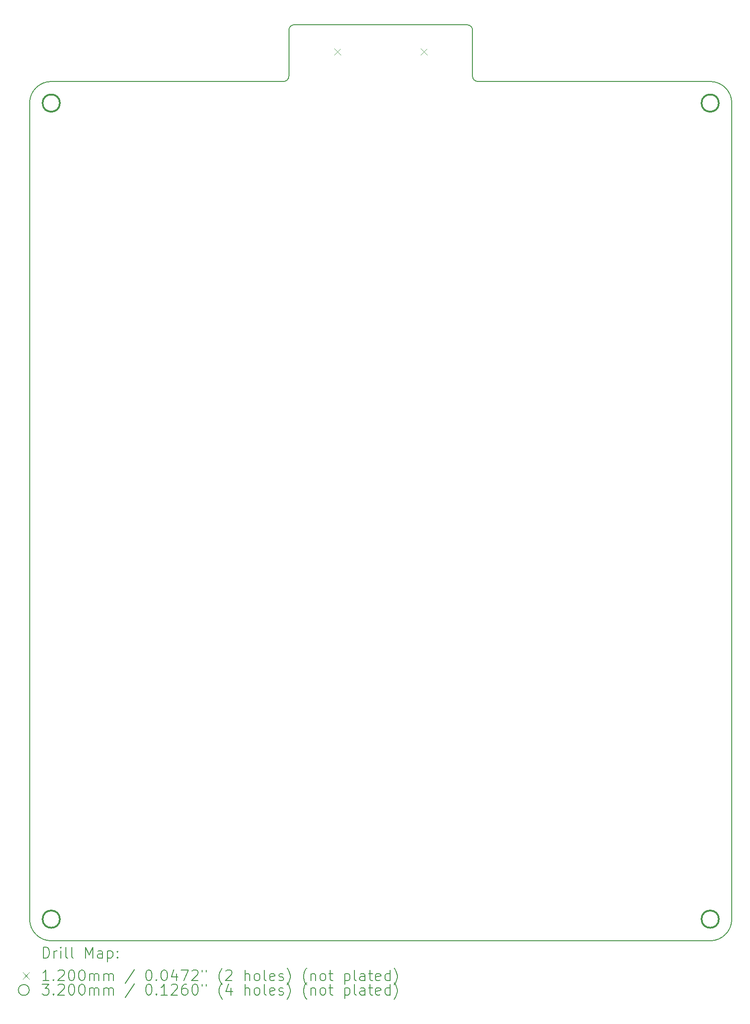
<source format=gbr>
%TF.GenerationSoftware,KiCad,Pcbnew,9.0.1-rc2*%
%TF.CreationDate,2025-11-09T14:34:19-08:00*%
%TF.ProjectId,bsl_array_v1,62736c5f-6172-4726-9179-5f76312e6b69,2*%
%TF.SameCoordinates,Original*%
%TF.FileFunction,Drillmap*%
%TF.FilePolarity,Positive*%
%FSLAX45Y45*%
G04 Gerber Fmt 4.5, Leading zero omitted, Abs format (unit mm)*
G04 Created by KiCad (PCBNEW 9.0.1-rc2) date 2025-11-09 14:34:19*
%MOMM*%
%LPD*%
G01*
G04 APERTURE LIST*
%ADD10C,0.150000*%
%ADD11C,0.200000*%
%ADD12C,0.120000*%
%ADD13C,0.320000*%
G04 APERTURE END LIST*
D10*
X10900000Y-2800000D02*
G75*
G02*
X10800000Y-2700000I0J100000D01*
G01*
X7400000Y-1850000D02*
G75*
G02*
X7500000Y-1750000I100000J0D01*
G01*
X15200000Y-18700000D02*
X3000000Y-18700000D01*
X10900000Y-2800000D02*
X15200000Y-2800000D01*
X7400000Y-2700000D02*
X7400000Y-1850000D01*
X10700000Y-1750000D02*
G75*
G02*
X10800000Y-1850000I0J-100000D01*
G01*
X15600000Y-18300000D02*
G75*
G02*
X15200000Y-18700000I-400000J0D01*
G01*
X15600000Y-3200000D02*
X15600000Y-18300000D01*
X3000000Y-18700000D02*
G75*
G02*
X2600000Y-18300000I0J400000D01*
G01*
X15200000Y-2800000D02*
G75*
G02*
X15600000Y-3200000I0J-400000D01*
G01*
X7400000Y-2700000D02*
G75*
G02*
X7300000Y-2800000I-100000J0D01*
G01*
X7300000Y-2800000D02*
X3000000Y-2800000D01*
X7500000Y-1750000D02*
X10700000Y-1750000D01*
X2600000Y-3200000D02*
G75*
G02*
X3000000Y-2800000I400000J0D01*
G01*
X10800000Y-1850000D02*
X10800000Y-2700000D01*
X2600000Y-18300000D02*
X2600000Y-3200000D01*
D11*
D12*
X8240000Y-2190000D02*
X8360000Y-2310000D01*
X8360000Y-2190000D02*
X8240000Y-2310000D01*
X9840000Y-2190000D02*
X9960000Y-2310000D01*
X9960000Y-2190000D02*
X9840000Y-2310000D01*
D13*
X3160000Y-3200000D02*
G75*
G02*
X2840000Y-3200000I-160000J0D01*
G01*
X2840000Y-3200000D02*
G75*
G02*
X3160000Y-3200000I160000J0D01*
G01*
X3160000Y-18300000D02*
G75*
G02*
X2840000Y-18300000I-160000J0D01*
G01*
X2840000Y-18300000D02*
G75*
G02*
X3160000Y-18300000I160000J0D01*
G01*
X15360000Y-3200000D02*
G75*
G02*
X15040000Y-3200000I-160000J0D01*
G01*
X15040000Y-3200000D02*
G75*
G02*
X15360000Y-3200000I160000J0D01*
G01*
X15360000Y-18300000D02*
G75*
G02*
X15040000Y-18300000I-160000J0D01*
G01*
X15040000Y-18300000D02*
G75*
G02*
X15360000Y-18300000I160000J0D01*
G01*
D11*
X2853277Y-19018984D02*
X2853277Y-18818984D01*
X2853277Y-18818984D02*
X2900896Y-18818984D01*
X2900896Y-18818984D02*
X2929467Y-18828508D01*
X2929467Y-18828508D02*
X2948515Y-18847555D01*
X2948515Y-18847555D02*
X2958039Y-18866603D01*
X2958039Y-18866603D02*
X2967562Y-18904698D01*
X2967562Y-18904698D02*
X2967562Y-18933270D01*
X2967562Y-18933270D02*
X2958039Y-18971365D01*
X2958039Y-18971365D02*
X2948515Y-18990412D01*
X2948515Y-18990412D02*
X2929467Y-19009460D01*
X2929467Y-19009460D02*
X2900896Y-19018984D01*
X2900896Y-19018984D02*
X2853277Y-19018984D01*
X3053277Y-19018984D02*
X3053277Y-18885650D01*
X3053277Y-18923746D02*
X3062801Y-18904698D01*
X3062801Y-18904698D02*
X3072324Y-18895174D01*
X3072324Y-18895174D02*
X3091372Y-18885650D01*
X3091372Y-18885650D02*
X3110420Y-18885650D01*
X3177086Y-19018984D02*
X3177086Y-18885650D01*
X3177086Y-18818984D02*
X3167562Y-18828508D01*
X3167562Y-18828508D02*
X3177086Y-18838031D01*
X3177086Y-18838031D02*
X3186610Y-18828508D01*
X3186610Y-18828508D02*
X3177086Y-18818984D01*
X3177086Y-18818984D02*
X3177086Y-18838031D01*
X3300896Y-19018984D02*
X3281848Y-19009460D01*
X3281848Y-19009460D02*
X3272324Y-18990412D01*
X3272324Y-18990412D02*
X3272324Y-18818984D01*
X3405658Y-19018984D02*
X3386610Y-19009460D01*
X3386610Y-19009460D02*
X3377086Y-18990412D01*
X3377086Y-18990412D02*
X3377086Y-18818984D01*
X3634229Y-19018984D02*
X3634229Y-18818984D01*
X3634229Y-18818984D02*
X3700896Y-18961841D01*
X3700896Y-18961841D02*
X3767562Y-18818984D01*
X3767562Y-18818984D02*
X3767562Y-19018984D01*
X3948515Y-19018984D02*
X3948515Y-18914222D01*
X3948515Y-18914222D02*
X3938991Y-18895174D01*
X3938991Y-18895174D02*
X3919943Y-18885650D01*
X3919943Y-18885650D02*
X3881848Y-18885650D01*
X3881848Y-18885650D02*
X3862801Y-18895174D01*
X3948515Y-19009460D02*
X3929467Y-19018984D01*
X3929467Y-19018984D02*
X3881848Y-19018984D01*
X3881848Y-19018984D02*
X3862801Y-19009460D01*
X3862801Y-19009460D02*
X3853277Y-18990412D01*
X3853277Y-18990412D02*
X3853277Y-18971365D01*
X3853277Y-18971365D02*
X3862801Y-18952317D01*
X3862801Y-18952317D02*
X3881848Y-18942793D01*
X3881848Y-18942793D02*
X3929467Y-18942793D01*
X3929467Y-18942793D02*
X3948515Y-18933270D01*
X4043753Y-18885650D02*
X4043753Y-19085650D01*
X4043753Y-18895174D02*
X4062801Y-18885650D01*
X4062801Y-18885650D02*
X4100896Y-18885650D01*
X4100896Y-18885650D02*
X4119943Y-18895174D01*
X4119943Y-18895174D02*
X4129467Y-18904698D01*
X4129467Y-18904698D02*
X4138991Y-18923746D01*
X4138991Y-18923746D02*
X4138991Y-18980889D01*
X4138991Y-18980889D02*
X4129467Y-18999936D01*
X4129467Y-18999936D02*
X4119943Y-19009460D01*
X4119943Y-19009460D02*
X4100896Y-19018984D01*
X4100896Y-19018984D02*
X4062801Y-19018984D01*
X4062801Y-19018984D02*
X4043753Y-19009460D01*
X4224705Y-18999936D02*
X4234229Y-19009460D01*
X4234229Y-19009460D02*
X4224705Y-19018984D01*
X4224705Y-19018984D02*
X4215182Y-19009460D01*
X4215182Y-19009460D02*
X4224705Y-18999936D01*
X4224705Y-18999936D02*
X4224705Y-19018984D01*
X4224705Y-18895174D02*
X4234229Y-18904698D01*
X4234229Y-18904698D02*
X4224705Y-18914222D01*
X4224705Y-18914222D02*
X4215182Y-18904698D01*
X4215182Y-18904698D02*
X4224705Y-18895174D01*
X4224705Y-18895174D02*
X4224705Y-18914222D01*
D12*
X2472500Y-19287500D02*
X2592500Y-19407500D01*
X2592500Y-19287500D02*
X2472500Y-19407500D01*
D11*
X2958039Y-19438984D02*
X2843753Y-19438984D01*
X2900896Y-19438984D02*
X2900896Y-19238984D01*
X2900896Y-19238984D02*
X2881848Y-19267555D01*
X2881848Y-19267555D02*
X2862801Y-19286603D01*
X2862801Y-19286603D02*
X2843753Y-19296127D01*
X3043753Y-19419936D02*
X3053277Y-19429460D01*
X3053277Y-19429460D02*
X3043753Y-19438984D01*
X3043753Y-19438984D02*
X3034229Y-19429460D01*
X3034229Y-19429460D02*
X3043753Y-19419936D01*
X3043753Y-19419936D02*
X3043753Y-19438984D01*
X3129467Y-19258031D02*
X3138991Y-19248508D01*
X3138991Y-19248508D02*
X3158039Y-19238984D01*
X3158039Y-19238984D02*
X3205658Y-19238984D01*
X3205658Y-19238984D02*
X3224705Y-19248508D01*
X3224705Y-19248508D02*
X3234229Y-19258031D01*
X3234229Y-19258031D02*
X3243753Y-19277079D01*
X3243753Y-19277079D02*
X3243753Y-19296127D01*
X3243753Y-19296127D02*
X3234229Y-19324698D01*
X3234229Y-19324698D02*
X3119943Y-19438984D01*
X3119943Y-19438984D02*
X3243753Y-19438984D01*
X3367562Y-19238984D02*
X3386610Y-19238984D01*
X3386610Y-19238984D02*
X3405658Y-19248508D01*
X3405658Y-19248508D02*
X3415182Y-19258031D01*
X3415182Y-19258031D02*
X3424705Y-19277079D01*
X3424705Y-19277079D02*
X3434229Y-19315174D01*
X3434229Y-19315174D02*
X3434229Y-19362793D01*
X3434229Y-19362793D02*
X3424705Y-19400889D01*
X3424705Y-19400889D02*
X3415182Y-19419936D01*
X3415182Y-19419936D02*
X3405658Y-19429460D01*
X3405658Y-19429460D02*
X3386610Y-19438984D01*
X3386610Y-19438984D02*
X3367562Y-19438984D01*
X3367562Y-19438984D02*
X3348515Y-19429460D01*
X3348515Y-19429460D02*
X3338991Y-19419936D01*
X3338991Y-19419936D02*
X3329467Y-19400889D01*
X3329467Y-19400889D02*
X3319943Y-19362793D01*
X3319943Y-19362793D02*
X3319943Y-19315174D01*
X3319943Y-19315174D02*
X3329467Y-19277079D01*
X3329467Y-19277079D02*
X3338991Y-19258031D01*
X3338991Y-19258031D02*
X3348515Y-19248508D01*
X3348515Y-19248508D02*
X3367562Y-19238984D01*
X3558039Y-19238984D02*
X3577086Y-19238984D01*
X3577086Y-19238984D02*
X3596134Y-19248508D01*
X3596134Y-19248508D02*
X3605658Y-19258031D01*
X3605658Y-19258031D02*
X3615182Y-19277079D01*
X3615182Y-19277079D02*
X3624705Y-19315174D01*
X3624705Y-19315174D02*
X3624705Y-19362793D01*
X3624705Y-19362793D02*
X3615182Y-19400889D01*
X3615182Y-19400889D02*
X3605658Y-19419936D01*
X3605658Y-19419936D02*
X3596134Y-19429460D01*
X3596134Y-19429460D02*
X3577086Y-19438984D01*
X3577086Y-19438984D02*
X3558039Y-19438984D01*
X3558039Y-19438984D02*
X3538991Y-19429460D01*
X3538991Y-19429460D02*
X3529467Y-19419936D01*
X3529467Y-19419936D02*
X3519943Y-19400889D01*
X3519943Y-19400889D02*
X3510420Y-19362793D01*
X3510420Y-19362793D02*
X3510420Y-19315174D01*
X3510420Y-19315174D02*
X3519943Y-19277079D01*
X3519943Y-19277079D02*
X3529467Y-19258031D01*
X3529467Y-19258031D02*
X3538991Y-19248508D01*
X3538991Y-19248508D02*
X3558039Y-19238984D01*
X3710420Y-19438984D02*
X3710420Y-19305650D01*
X3710420Y-19324698D02*
X3719943Y-19315174D01*
X3719943Y-19315174D02*
X3738991Y-19305650D01*
X3738991Y-19305650D02*
X3767563Y-19305650D01*
X3767563Y-19305650D02*
X3786610Y-19315174D01*
X3786610Y-19315174D02*
X3796134Y-19334222D01*
X3796134Y-19334222D02*
X3796134Y-19438984D01*
X3796134Y-19334222D02*
X3805658Y-19315174D01*
X3805658Y-19315174D02*
X3824705Y-19305650D01*
X3824705Y-19305650D02*
X3853277Y-19305650D01*
X3853277Y-19305650D02*
X3872324Y-19315174D01*
X3872324Y-19315174D02*
X3881848Y-19334222D01*
X3881848Y-19334222D02*
X3881848Y-19438984D01*
X3977086Y-19438984D02*
X3977086Y-19305650D01*
X3977086Y-19324698D02*
X3986610Y-19315174D01*
X3986610Y-19315174D02*
X4005658Y-19305650D01*
X4005658Y-19305650D02*
X4034229Y-19305650D01*
X4034229Y-19305650D02*
X4053277Y-19315174D01*
X4053277Y-19315174D02*
X4062801Y-19334222D01*
X4062801Y-19334222D02*
X4062801Y-19438984D01*
X4062801Y-19334222D02*
X4072324Y-19315174D01*
X4072324Y-19315174D02*
X4091372Y-19305650D01*
X4091372Y-19305650D02*
X4119943Y-19305650D01*
X4119943Y-19305650D02*
X4138991Y-19315174D01*
X4138991Y-19315174D02*
X4148515Y-19334222D01*
X4148515Y-19334222D02*
X4148515Y-19438984D01*
X4538991Y-19229460D02*
X4367563Y-19486603D01*
X4796134Y-19238984D02*
X4815182Y-19238984D01*
X4815182Y-19238984D02*
X4834229Y-19248508D01*
X4834229Y-19248508D02*
X4843753Y-19258031D01*
X4843753Y-19258031D02*
X4853277Y-19277079D01*
X4853277Y-19277079D02*
X4862801Y-19315174D01*
X4862801Y-19315174D02*
X4862801Y-19362793D01*
X4862801Y-19362793D02*
X4853277Y-19400889D01*
X4853277Y-19400889D02*
X4843753Y-19419936D01*
X4843753Y-19419936D02*
X4834229Y-19429460D01*
X4834229Y-19429460D02*
X4815182Y-19438984D01*
X4815182Y-19438984D02*
X4796134Y-19438984D01*
X4796134Y-19438984D02*
X4777087Y-19429460D01*
X4777087Y-19429460D02*
X4767563Y-19419936D01*
X4767563Y-19419936D02*
X4758039Y-19400889D01*
X4758039Y-19400889D02*
X4748515Y-19362793D01*
X4748515Y-19362793D02*
X4748515Y-19315174D01*
X4748515Y-19315174D02*
X4758039Y-19277079D01*
X4758039Y-19277079D02*
X4767563Y-19258031D01*
X4767563Y-19258031D02*
X4777087Y-19248508D01*
X4777087Y-19248508D02*
X4796134Y-19238984D01*
X4948515Y-19419936D02*
X4958039Y-19429460D01*
X4958039Y-19429460D02*
X4948515Y-19438984D01*
X4948515Y-19438984D02*
X4938991Y-19429460D01*
X4938991Y-19429460D02*
X4948515Y-19419936D01*
X4948515Y-19419936D02*
X4948515Y-19438984D01*
X5081848Y-19238984D02*
X5100896Y-19238984D01*
X5100896Y-19238984D02*
X5119944Y-19248508D01*
X5119944Y-19248508D02*
X5129468Y-19258031D01*
X5129468Y-19258031D02*
X5138991Y-19277079D01*
X5138991Y-19277079D02*
X5148515Y-19315174D01*
X5148515Y-19315174D02*
X5148515Y-19362793D01*
X5148515Y-19362793D02*
X5138991Y-19400889D01*
X5138991Y-19400889D02*
X5129468Y-19419936D01*
X5129468Y-19419936D02*
X5119944Y-19429460D01*
X5119944Y-19429460D02*
X5100896Y-19438984D01*
X5100896Y-19438984D02*
X5081848Y-19438984D01*
X5081848Y-19438984D02*
X5062801Y-19429460D01*
X5062801Y-19429460D02*
X5053277Y-19419936D01*
X5053277Y-19419936D02*
X5043753Y-19400889D01*
X5043753Y-19400889D02*
X5034229Y-19362793D01*
X5034229Y-19362793D02*
X5034229Y-19315174D01*
X5034229Y-19315174D02*
X5043753Y-19277079D01*
X5043753Y-19277079D02*
X5053277Y-19258031D01*
X5053277Y-19258031D02*
X5062801Y-19248508D01*
X5062801Y-19248508D02*
X5081848Y-19238984D01*
X5319944Y-19305650D02*
X5319944Y-19438984D01*
X5272325Y-19229460D02*
X5224706Y-19372317D01*
X5224706Y-19372317D02*
X5348515Y-19372317D01*
X5405658Y-19238984D02*
X5538991Y-19238984D01*
X5538991Y-19238984D02*
X5453277Y-19438984D01*
X5605658Y-19258031D02*
X5615182Y-19248508D01*
X5615182Y-19248508D02*
X5634229Y-19238984D01*
X5634229Y-19238984D02*
X5681848Y-19238984D01*
X5681848Y-19238984D02*
X5700896Y-19248508D01*
X5700896Y-19248508D02*
X5710420Y-19258031D01*
X5710420Y-19258031D02*
X5719944Y-19277079D01*
X5719944Y-19277079D02*
X5719944Y-19296127D01*
X5719944Y-19296127D02*
X5710420Y-19324698D01*
X5710420Y-19324698D02*
X5596134Y-19438984D01*
X5596134Y-19438984D02*
X5719944Y-19438984D01*
X5796134Y-19238984D02*
X5796134Y-19277079D01*
X5872325Y-19238984D02*
X5872325Y-19277079D01*
X6167563Y-19515174D02*
X6158039Y-19505650D01*
X6158039Y-19505650D02*
X6138991Y-19477079D01*
X6138991Y-19477079D02*
X6129468Y-19458031D01*
X6129468Y-19458031D02*
X6119944Y-19429460D01*
X6119944Y-19429460D02*
X6110420Y-19381841D01*
X6110420Y-19381841D02*
X6110420Y-19343746D01*
X6110420Y-19343746D02*
X6119944Y-19296127D01*
X6119944Y-19296127D02*
X6129468Y-19267555D01*
X6129468Y-19267555D02*
X6138991Y-19248508D01*
X6138991Y-19248508D02*
X6158039Y-19219936D01*
X6158039Y-19219936D02*
X6167563Y-19210412D01*
X6234229Y-19258031D02*
X6243753Y-19248508D01*
X6243753Y-19248508D02*
X6262801Y-19238984D01*
X6262801Y-19238984D02*
X6310420Y-19238984D01*
X6310420Y-19238984D02*
X6329468Y-19248508D01*
X6329468Y-19248508D02*
X6338991Y-19258031D01*
X6338991Y-19258031D02*
X6348515Y-19277079D01*
X6348515Y-19277079D02*
X6348515Y-19296127D01*
X6348515Y-19296127D02*
X6338991Y-19324698D01*
X6338991Y-19324698D02*
X6224706Y-19438984D01*
X6224706Y-19438984D02*
X6348515Y-19438984D01*
X6586610Y-19438984D02*
X6586610Y-19238984D01*
X6672325Y-19438984D02*
X6672325Y-19334222D01*
X6672325Y-19334222D02*
X6662801Y-19315174D01*
X6662801Y-19315174D02*
X6643753Y-19305650D01*
X6643753Y-19305650D02*
X6615182Y-19305650D01*
X6615182Y-19305650D02*
X6596134Y-19315174D01*
X6596134Y-19315174D02*
X6586610Y-19324698D01*
X6796134Y-19438984D02*
X6777087Y-19429460D01*
X6777087Y-19429460D02*
X6767563Y-19419936D01*
X6767563Y-19419936D02*
X6758039Y-19400889D01*
X6758039Y-19400889D02*
X6758039Y-19343746D01*
X6758039Y-19343746D02*
X6767563Y-19324698D01*
X6767563Y-19324698D02*
X6777087Y-19315174D01*
X6777087Y-19315174D02*
X6796134Y-19305650D01*
X6796134Y-19305650D02*
X6824706Y-19305650D01*
X6824706Y-19305650D02*
X6843753Y-19315174D01*
X6843753Y-19315174D02*
X6853277Y-19324698D01*
X6853277Y-19324698D02*
X6862801Y-19343746D01*
X6862801Y-19343746D02*
X6862801Y-19400889D01*
X6862801Y-19400889D02*
X6853277Y-19419936D01*
X6853277Y-19419936D02*
X6843753Y-19429460D01*
X6843753Y-19429460D02*
X6824706Y-19438984D01*
X6824706Y-19438984D02*
X6796134Y-19438984D01*
X6977087Y-19438984D02*
X6958039Y-19429460D01*
X6958039Y-19429460D02*
X6948515Y-19410412D01*
X6948515Y-19410412D02*
X6948515Y-19238984D01*
X7129468Y-19429460D02*
X7110420Y-19438984D01*
X7110420Y-19438984D02*
X7072325Y-19438984D01*
X7072325Y-19438984D02*
X7053277Y-19429460D01*
X7053277Y-19429460D02*
X7043753Y-19410412D01*
X7043753Y-19410412D02*
X7043753Y-19334222D01*
X7043753Y-19334222D02*
X7053277Y-19315174D01*
X7053277Y-19315174D02*
X7072325Y-19305650D01*
X7072325Y-19305650D02*
X7110420Y-19305650D01*
X7110420Y-19305650D02*
X7129468Y-19315174D01*
X7129468Y-19315174D02*
X7138991Y-19334222D01*
X7138991Y-19334222D02*
X7138991Y-19353270D01*
X7138991Y-19353270D02*
X7043753Y-19372317D01*
X7215182Y-19429460D02*
X7234230Y-19438984D01*
X7234230Y-19438984D02*
X7272325Y-19438984D01*
X7272325Y-19438984D02*
X7291372Y-19429460D01*
X7291372Y-19429460D02*
X7300896Y-19410412D01*
X7300896Y-19410412D02*
X7300896Y-19400889D01*
X7300896Y-19400889D02*
X7291372Y-19381841D01*
X7291372Y-19381841D02*
X7272325Y-19372317D01*
X7272325Y-19372317D02*
X7243753Y-19372317D01*
X7243753Y-19372317D02*
X7224706Y-19362793D01*
X7224706Y-19362793D02*
X7215182Y-19343746D01*
X7215182Y-19343746D02*
X7215182Y-19334222D01*
X7215182Y-19334222D02*
X7224706Y-19315174D01*
X7224706Y-19315174D02*
X7243753Y-19305650D01*
X7243753Y-19305650D02*
X7272325Y-19305650D01*
X7272325Y-19305650D02*
X7291372Y-19315174D01*
X7367563Y-19515174D02*
X7377087Y-19505650D01*
X7377087Y-19505650D02*
X7396134Y-19477079D01*
X7396134Y-19477079D02*
X7405658Y-19458031D01*
X7405658Y-19458031D02*
X7415182Y-19429460D01*
X7415182Y-19429460D02*
X7424706Y-19381841D01*
X7424706Y-19381841D02*
X7424706Y-19343746D01*
X7424706Y-19343746D02*
X7415182Y-19296127D01*
X7415182Y-19296127D02*
X7405658Y-19267555D01*
X7405658Y-19267555D02*
X7396134Y-19248508D01*
X7396134Y-19248508D02*
X7377087Y-19219936D01*
X7377087Y-19219936D02*
X7367563Y-19210412D01*
X7729468Y-19515174D02*
X7719944Y-19505650D01*
X7719944Y-19505650D02*
X7700896Y-19477079D01*
X7700896Y-19477079D02*
X7691372Y-19458031D01*
X7691372Y-19458031D02*
X7681849Y-19429460D01*
X7681849Y-19429460D02*
X7672325Y-19381841D01*
X7672325Y-19381841D02*
X7672325Y-19343746D01*
X7672325Y-19343746D02*
X7681849Y-19296127D01*
X7681849Y-19296127D02*
X7691372Y-19267555D01*
X7691372Y-19267555D02*
X7700896Y-19248508D01*
X7700896Y-19248508D02*
X7719944Y-19219936D01*
X7719944Y-19219936D02*
X7729468Y-19210412D01*
X7805658Y-19305650D02*
X7805658Y-19438984D01*
X7805658Y-19324698D02*
X7815182Y-19315174D01*
X7815182Y-19315174D02*
X7834230Y-19305650D01*
X7834230Y-19305650D02*
X7862801Y-19305650D01*
X7862801Y-19305650D02*
X7881849Y-19315174D01*
X7881849Y-19315174D02*
X7891372Y-19334222D01*
X7891372Y-19334222D02*
X7891372Y-19438984D01*
X8015182Y-19438984D02*
X7996134Y-19429460D01*
X7996134Y-19429460D02*
X7986611Y-19419936D01*
X7986611Y-19419936D02*
X7977087Y-19400889D01*
X7977087Y-19400889D02*
X7977087Y-19343746D01*
X7977087Y-19343746D02*
X7986611Y-19324698D01*
X7986611Y-19324698D02*
X7996134Y-19315174D01*
X7996134Y-19315174D02*
X8015182Y-19305650D01*
X8015182Y-19305650D02*
X8043753Y-19305650D01*
X8043753Y-19305650D02*
X8062801Y-19315174D01*
X8062801Y-19315174D02*
X8072325Y-19324698D01*
X8072325Y-19324698D02*
X8081849Y-19343746D01*
X8081849Y-19343746D02*
X8081849Y-19400889D01*
X8081849Y-19400889D02*
X8072325Y-19419936D01*
X8072325Y-19419936D02*
X8062801Y-19429460D01*
X8062801Y-19429460D02*
X8043753Y-19438984D01*
X8043753Y-19438984D02*
X8015182Y-19438984D01*
X8138992Y-19305650D02*
X8215182Y-19305650D01*
X8167563Y-19238984D02*
X8167563Y-19410412D01*
X8167563Y-19410412D02*
X8177087Y-19429460D01*
X8177087Y-19429460D02*
X8196134Y-19438984D01*
X8196134Y-19438984D02*
X8215182Y-19438984D01*
X8434230Y-19305650D02*
X8434230Y-19505650D01*
X8434230Y-19315174D02*
X8453277Y-19305650D01*
X8453277Y-19305650D02*
X8491373Y-19305650D01*
X8491373Y-19305650D02*
X8510420Y-19315174D01*
X8510420Y-19315174D02*
X8519944Y-19324698D01*
X8519944Y-19324698D02*
X8529468Y-19343746D01*
X8529468Y-19343746D02*
X8529468Y-19400889D01*
X8529468Y-19400889D02*
X8519944Y-19419936D01*
X8519944Y-19419936D02*
X8510420Y-19429460D01*
X8510420Y-19429460D02*
X8491373Y-19438984D01*
X8491373Y-19438984D02*
X8453277Y-19438984D01*
X8453277Y-19438984D02*
X8434230Y-19429460D01*
X8643754Y-19438984D02*
X8624706Y-19429460D01*
X8624706Y-19429460D02*
X8615182Y-19410412D01*
X8615182Y-19410412D02*
X8615182Y-19238984D01*
X8805658Y-19438984D02*
X8805658Y-19334222D01*
X8805658Y-19334222D02*
X8796135Y-19315174D01*
X8796135Y-19315174D02*
X8777087Y-19305650D01*
X8777087Y-19305650D02*
X8738992Y-19305650D01*
X8738992Y-19305650D02*
X8719944Y-19315174D01*
X8805658Y-19429460D02*
X8786611Y-19438984D01*
X8786611Y-19438984D02*
X8738992Y-19438984D01*
X8738992Y-19438984D02*
X8719944Y-19429460D01*
X8719944Y-19429460D02*
X8710420Y-19410412D01*
X8710420Y-19410412D02*
X8710420Y-19391365D01*
X8710420Y-19391365D02*
X8719944Y-19372317D01*
X8719944Y-19372317D02*
X8738992Y-19362793D01*
X8738992Y-19362793D02*
X8786611Y-19362793D01*
X8786611Y-19362793D02*
X8805658Y-19353270D01*
X8872325Y-19305650D02*
X8948515Y-19305650D01*
X8900896Y-19238984D02*
X8900896Y-19410412D01*
X8900896Y-19410412D02*
X8910420Y-19429460D01*
X8910420Y-19429460D02*
X8929468Y-19438984D01*
X8929468Y-19438984D02*
X8948515Y-19438984D01*
X9091373Y-19429460D02*
X9072325Y-19438984D01*
X9072325Y-19438984D02*
X9034230Y-19438984D01*
X9034230Y-19438984D02*
X9015182Y-19429460D01*
X9015182Y-19429460D02*
X9005658Y-19410412D01*
X9005658Y-19410412D02*
X9005658Y-19334222D01*
X9005658Y-19334222D02*
X9015182Y-19315174D01*
X9015182Y-19315174D02*
X9034230Y-19305650D01*
X9034230Y-19305650D02*
X9072325Y-19305650D01*
X9072325Y-19305650D02*
X9091373Y-19315174D01*
X9091373Y-19315174D02*
X9100896Y-19334222D01*
X9100896Y-19334222D02*
X9100896Y-19353270D01*
X9100896Y-19353270D02*
X9005658Y-19372317D01*
X9272325Y-19438984D02*
X9272325Y-19238984D01*
X9272325Y-19429460D02*
X9253277Y-19438984D01*
X9253277Y-19438984D02*
X9215182Y-19438984D01*
X9215182Y-19438984D02*
X9196135Y-19429460D01*
X9196135Y-19429460D02*
X9186611Y-19419936D01*
X9186611Y-19419936D02*
X9177087Y-19400889D01*
X9177087Y-19400889D02*
X9177087Y-19343746D01*
X9177087Y-19343746D02*
X9186611Y-19324698D01*
X9186611Y-19324698D02*
X9196135Y-19315174D01*
X9196135Y-19315174D02*
X9215182Y-19305650D01*
X9215182Y-19305650D02*
X9253277Y-19305650D01*
X9253277Y-19305650D02*
X9272325Y-19315174D01*
X9348516Y-19515174D02*
X9358039Y-19505650D01*
X9358039Y-19505650D02*
X9377087Y-19477079D01*
X9377087Y-19477079D02*
X9386611Y-19458031D01*
X9386611Y-19458031D02*
X9396135Y-19429460D01*
X9396135Y-19429460D02*
X9405658Y-19381841D01*
X9405658Y-19381841D02*
X9405658Y-19343746D01*
X9405658Y-19343746D02*
X9396135Y-19296127D01*
X9396135Y-19296127D02*
X9386611Y-19267555D01*
X9386611Y-19267555D02*
X9377087Y-19248508D01*
X9377087Y-19248508D02*
X9358039Y-19219936D01*
X9358039Y-19219936D02*
X9348516Y-19210412D01*
X2592500Y-19611500D02*
G75*
G02*
X2392500Y-19611500I-100000J0D01*
G01*
X2392500Y-19611500D02*
G75*
G02*
X2592500Y-19611500I100000J0D01*
G01*
X2834229Y-19502984D02*
X2958039Y-19502984D01*
X2958039Y-19502984D02*
X2891372Y-19579174D01*
X2891372Y-19579174D02*
X2919943Y-19579174D01*
X2919943Y-19579174D02*
X2938991Y-19588698D01*
X2938991Y-19588698D02*
X2948515Y-19598222D01*
X2948515Y-19598222D02*
X2958039Y-19617270D01*
X2958039Y-19617270D02*
X2958039Y-19664889D01*
X2958039Y-19664889D02*
X2948515Y-19683936D01*
X2948515Y-19683936D02*
X2938991Y-19693460D01*
X2938991Y-19693460D02*
X2919943Y-19702984D01*
X2919943Y-19702984D02*
X2862801Y-19702984D01*
X2862801Y-19702984D02*
X2843753Y-19693460D01*
X2843753Y-19693460D02*
X2834229Y-19683936D01*
X3043753Y-19683936D02*
X3053277Y-19693460D01*
X3053277Y-19693460D02*
X3043753Y-19702984D01*
X3043753Y-19702984D02*
X3034229Y-19693460D01*
X3034229Y-19693460D02*
X3043753Y-19683936D01*
X3043753Y-19683936D02*
X3043753Y-19702984D01*
X3129467Y-19522031D02*
X3138991Y-19512508D01*
X3138991Y-19512508D02*
X3158039Y-19502984D01*
X3158039Y-19502984D02*
X3205658Y-19502984D01*
X3205658Y-19502984D02*
X3224705Y-19512508D01*
X3224705Y-19512508D02*
X3234229Y-19522031D01*
X3234229Y-19522031D02*
X3243753Y-19541079D01*
X3243753Y-19541079D02*
X3243753Y-19560127D01*
X3243753Y-19560127D02*
X3234229Y-19588698D01*
X3234229Y-19588698D02*
X3119943Y-19702984D01*
X3119943Y-19702984D02*
X3243753Y-19702984D01*
X3367562Y-19502984D02*
X3386610Y-19502984D01*
X3386610Y-19502984D02*
X3405658Y-19512508D01*
X3405658Y-19512508D02*
X3415182Y-19522031D01*
X3415182Y-19522031D02*
X3424705Y-19541079D01*
X3424705Y-19541079D02*
X3434229Y-19579174D01*
X3434229Y-19579174D02*
X3434229Y-19626793D01*
X3434229Y-19626793D02*
X3424705Y-19664889D01*
X3424705Y-19664889D02*
X3415182Y-19683936D01*
X3415182Y-19683936D02*
X3405658Y-19693460D01*
X3405658Y-19693460D02*
X3386610Y-19702984D01*
X3386610Y-19702984D02*
X3367562Y-19702984D01*
X3367562Y-19702984D02*
X3348515Y-19693460D01*
X3348515Y-19693460D02*
X3338991Y-19683936D01*
X3338991Y-19683936D02*
X3329467Y-19664889D01*
X3329467Y-19664889D02*
X3319943Y-19626793D01*
X3319943Y-19626793D02*
X3319943Y-19579174D01*
X3319943Y-19579174D02*
X3329467Y-19541079D01*
X3329467Y-19541079D02*
X3338991Y-19522031D01*
X3338991Y-19522031D02*
X3348515Y-19512508D01*
X3348515Y-19512508D02*
X3367562Y-19502984D01*
X3558039Y-19502984D02*
X3577086Y-19502984D01*
X3577086Y-19502984D02*
X3596134Y-19512508D01*
X3596134Y-19512508D02*
X3605658Y-19522031D01*
X3605658Y-19522031D02*
X3615182Y-19541079D01*
X3615182Y-19541079D02*
X3624705Y-19579174D01*
X3624705Y-19579174D02*
X3624705Y-19626793D01*
X3624705Y-19626793D02*
X3615182Y-19664889D01*
X3615182Y-19664889D02*
X3605658Y-19683936D01*
X3605658Y-19683936D02*
X3596134Y-19693460D01*
X3596134Y-19693460D02*
X3577086Y-19702984D01*
X3577086Y-19702984D02*
X3558039Y-19702984D01*
X3558039Y-19702984D02*
X3538991Y-19693460D01*
X3538991Y-19693460D02*
X3529467Y-19683936D01*
X3529467Y-19683936D02*
X3519943Y-19664889D01*
X3519943Y-19664889D02*
X3510420Y-19626793D01*
X3510420Y-19626793D02*
X3510420Y-19579174D01*
X3510420Y-19579174D02*
X3519943Y-19541079D01*
X3519943Y-19541079D02*
X3529467Y-19522031D01*
X3529467Y-19522031D02*
X3538991Y-19512508D01*
X3538991Y-19512508D02*
X3558039Y-19502984D01*
X3710420Y-19702984D02*
X3710420Y-19569650D01*
X3710420Y-19588698D02*
X3719943Y-19579174D01*
X3719943Y-19579174D02*
X3738991Y-19569650D01*
X3738991Y-19569650D02*
X3767563Y-19569650D01*
X3767563Y-19569650D02*
X3786610Y-19579174D01*
X3786610Y-19579174D02*
X3796134Y-19598222D01*
X3796134Y-19598222D02*
X3796134Y-19702984D01*
X3796134Y-19598222D02*
X3805658Y-19579174D01*
X3805658Y-19579174D02*
X3824705Y-19569650D01*
X3824705Y-19569650D02*
X3853277Y-19569650D01*
X3853277Y-19569650D02*
X3872324Y-19579174D01*
X3872324Y-19579174D02*
X3881848Y-19598222D01*
X3881848Y-19598222D02*
X3881848Y-19702984D01*
X3977086Y-19702984D02*
X3977086Y-19569650D01*
X3977086Y-19588698D02*
X3986610Y-19579174D01*
X3986610Y-19579174D02*
X4005658Y-19569650D01*
X4005658Y-19569650D02*
X4034229Y-19569650D01*
X4034229Y-19569650D02*
X4053277Y-19579174D01*
X4053277Y-19579174D02*
X4062801Y-19598222D01*
X4062801Y-19598222D02*
X4062801Y-19702984D01*
X4062801Y-19598222D02*
X4072324Y-19579174D01*
X4072324Y-19579174D02*
X4091372Y-19569650D01*
X4091372Y-19569650D02*
X4119943Y-19569650D01*
X4119943Y-19569650D02*
X4138991Y-19579174D01*
X4138991Y-19579174D02*
X4148515Y-19598222D01*
X4148515Y-19598222D02*
X4148515Y-19702984D01*
X4538991Y-19493460D02*
X4367563Y-19750603D01*
X4796134Y-19502984D02*
X4815182Y-19502984D01*
X4815182Y-19502984D02*
X4834229Y-19512508D01*
X4834229Y-19512508D02*
X4843753Y-19522031D01*
X4843753Y-19522031D02*
X4853277Y-19541079D01*
X4853277Y-19541079D02*
X4862801Y-19579174D01*
X4862801Y-19579174D02*
X4862801Y-19626793D01*
X4862801Y-19626793D02*
X4853277Y-19664889D01*
X4853277Y-19664889D02*
X4843753Y-19683936D01*
X4843753Y-19683936D02*
X4834229Y-19693460D01*
X4834229Y-19693460D02*
X4815182Y-19702984D01*
X4815182Y-19702984D02*
X4796134Y-19702984D01*
X4796134Y-19702984D02*
X4777087Y-19693460D01*
X4777087Y-19693460D02*
X4767563Y-19683936D01*
X4767563Y-19683936D02*
X4758039Y-19664889D01*
X4758039Y-19664889D02*
X4748515Y-19626793D01*
X4748515Y-19626793D02*
X4748515Y-19579174D01*
X4748515Y-19579174D02*
X4758039Y-19541079D01*
X4758039Y-19541079D02*
X4767563Y-19522031D01*
X4767563Y-19522031D02*
X4777087Y-19512508D01*
X4777087Y-19512508D02*
X4796134Y-19502984D01*
X4948515Y-19683936D02*
X4958039Y-19693460D01*
X4958039Y-19693460D02*
X4948515Y-19702984D01*
X4948515Y-19702984D02*
X4938991Y-19693460D01*
X4938991Y-19693460D02*
X4948515Y-19683936D01*
X4948515Y-19683936D02*
X4948515Y-19702984D01*
X5148515Y-19702984D02*
X5034229Y-19702984D01*
X5091372Y-19702984D02*
X5091372Y-19502984D01*
X5091372Y-19502984D02*
X5072325Y-19531555D01*
X5072325Y-19531555D02*
X5053277Y-19550603D01*
X5053277Y-19550603D02*
X5034229Y-19560127D01*
X5224706Y-19522031D02*
X5234229Y-19512508D01*
X5234229Y-19512508D02*
X5253277Y-19502984D01*
X5253277Y-19502984D02*
X5300896Y-19502984D01*
X5300896Y-19502984D02*
X5319944Y-19512508D01*
X5319944Y-19512508D02*
X5329468Y-19522031D01*
X5329468Y-19522031D02*
X5338991Y-19541079D01*
X5338991Y-19541079D02*
X5338991Y-19560127D01*
X5338991Y-19560127D02*
X5329468Y-19588698D01*
X5329468Y-19588698D02*
X5215182Y-19702984D01*
X5215182Y-19702984D02*
X5338991Y-19702984D01*
X5510420Y-19502984D02*
X5472325Y-19502984D01*
X5472325Y-19502984D02*
X5453277Y-19512508D01*
X5453277Y-19512508D02*
X5443753Y-19522031D01*
X5443753Y-19522031D02*
X5424706Y-19550603D01*
X5424706Y-19550603D02*
X5415182Y-19588698D01*
X5415182Y-19588698D02*
X5415182Y-19664889D01*
X5415182Y-19664889D02*
X5424706Y-19683936D01*
X5424706Y-19683936D02*
X5434229Y-19693460D01*
X5434229Y-19693460D02*
X5453277Y-19702984D01*
X5453277Y-19702984D02*
X5491372Y-19702984D01*
X5491372Y-19702984D02*
X5510420Y-19693460D01*
X5510420Y-19693460D02*
X5519944Y-19683936D01*
X5519944Y-19683936D02*
X5529468Y-19664889D01*
X5529468Y-19664889D02*
X5529468Y-19617270D01*
X5529468Y-19617270D02*
X5519944Y-19598222D01*
X5519944Y-19598222D02*
X5510420Y-19588698D01*
X5510420Y-19588698D02*
X5491372Y-19579174D01*
X5491372Y-19579174D02*
X5453277Y-19579174D01*
X5453277Y-19579174D02*
X5434229Y-19588698D01*
X5434229Y-19588698D02*
X5424706Y-19598222D01*
X5424706Y-19598222D02*
X5415182Y-19617270D01*
X5653277Y-19502984D02*
X5672325Y-19502984D01*
X5672325Y-19502984D02*
X5691372Y-19512508D01*
X5691372Y-19512508D02*
X5700896Y-19522031D01*
X5700896Y-19522031D02*
X5710420Y-19541079D01*
X5710420Y-19541079D02*
X5719944Y-19579174D01*
X5719944Y-19579174D02*
X5719944Y-19626793D01*
X5719944Y-19626793D02*
X5710420Y-19664889D01*
X5710420Y-19664889D02*
X5700896Y-19683936D01*
X5700896Y-19683936D02*
X5691372Y-19693460D01*
X5691372Y-19693460D02*
X5672325Y-19702984D01*
X5672325Y-19702984D02*
X5653277Y-19702984D01*
X5653277Y-19702984D02*
X5634229Y-19693460D01*
X5634229Y-19693460D02*
X5624706Y-19683936D01*
X5624706Y-19683936D02*
X5615182Y-19664889D01*
X5615182Y-19664889D02*
X5605658Y-19626793D01*
X5605658Y-19626793D02*
X5605658Y-19579174D01*
X5605658Y-19579174D02*
X5615182Y-19541079D01*
X5615182Y-19541079D02*
X5624706Y-19522031D01*
X5624706Y-19522031D02*
X5634229Y-19512508D01*
X5634229Y-19512508D02*
X5653277Y-19502984D01*
X5796134Y-19502984D02*
X5796134Y-19541079D01*
X5872325Y-19502984D02*
X5872325Y-19541079D01*
X6167563Y-19779174D02*
X6158039Y-19769650D01*
X6158039Y-19769650D02*
X6138991Y-19741079D01*
X6138991Y-19741079D02*
X6129468Y-19722031D01*
X6129468Y-19722031D02*
X6119944Y-19693460D01*
X6119944Y-19693460D02*
X6110420Y-19645841D01*
X6110420Y-19645841D02*
X6110420Y-19607746D01*
X6110420Y-19607746D02*
X6119944Y-19560127D01*
X6119944Y-19560127D02*
X6129468Y-19531555D01*
X6129468Y-19531555D02*
X6138991Y-19512508D01*
X6138991Y-19512508D02*
X6158039Y-19483936D01*
X6158039Y-19483936D02*
X6167563Y-19474412D01*
X6329468Y-19569650D02*
X6329468Y-19702984D01*
X6281848Y-19493460D02*
X6234229Y-19636317D01*
X6234229Y-19636317D02*
X6358039Y-19636317D01*
X6586610Y-19702984D02*
X6586610Y-19502984D01*
X6672325Y-19702984D02*
X6672325Y-19598222D01*
X6672325Y-19598222D02*
X6662801Y-19579174D01*
X6662801Y-19579174D02*
X6643753Y-19569650D01*
X6643753Y-19569650D02*
X6615182Y-19569650D01*
X6615182Y-19569650D02*
X6596134Y-19579174D01*
X6596134Y-19579174D02*
X6586610Y-19588698D01*
X6796134Y-19702984D02*
X6777087Y-19693460D01*
X6777087Y-19693460D02*
X6767563Y-19683936D01*
X6767563Y-19683936D02*
X6758039Y-19664889D01*
X6758039Y-19664889D02*
X6758039Y-19607746D01*
X6758039Y-19607746D02*
X6767563Y-19588698D01*
X6767563Y-19588698D02*
X6777087Y-19579174D01*
X6777087Y-19579174D02*
X6796134Y-19569650D01*
X6796134Y-19569650D02*
X6824706Y-19569650D01*
X6824706Y-19569650D02*
X6843753Y-19579174D01*
X6843753Y-19579174D02*
X6853277Y-19588698D01*
X6853277Y-19588698D02*
X6862801Y-19607746D01*
X6862801Y-19607746D02*
X6862801Y-19664889D01*
X6862801Y-19664889D02*
X6853277Y-19683936D01*
X6853277Y-19683936D02*
X6843753Y-19693460D01*
X6843753Y-19693460D02*
X6824706Y-19702984D01*
X6824706Y-19702984D02*
X6796134Y-19702984D01*
X6977087Y-19702984D02*
X6958039Y-19693460D01*
X6958039Y-19693460D02*
X6948515Y-19674412D01*
X6948515Y-19674412D02*
X6948515Y-19502984D01*
X7129468Y-19693460D02*
X7110420Y-19702984D01*
X7110420Y-19702984D02*
X7072325Y-19702984D01*
X7072325Y-19702984D02*
X7053277Y-19693460D01*
X7053277Y-19693460D02*
X7043753Y-19674412D01*
X7043753Y-19674412D02*
X7043753Y-19598222D01*
X7043753Y-19598222D02*
X7053277Y-19579174D01*
X7053277Y-19579174D02*
X7072325Y-19569650D01*
X7072325Y-19569650D02*
X7110420Y-19569650D01*
X7110420Y-19569650D02*
X7129468Y-19579174D01*
X7129468Y-19579174D02*
X7138991Y-19598222D01*
X7138991Y-19598222D02*
X7138991Y-19617270D01*
X7138991Y-19617270D02*
X7043753Y-19636317D01*
X7215182Y-19693460D02*
X7234230Y-19702984D01*
X7234230Y-19702984D02*
X7272325Y-19702984D01*
X7272325Y-19702984D02*
X7291372Y-19693460D01*
X7291372Y-19693460D02*
X7300896Y-19674412D01*
X7300896Y-19674412D02*
X7300896Y-19664889D01*
X7300896Y-19664889D02*
X7291372Y-19645841D01*
X7291372Y-19645841D02*
X7272325Y-19636317D01*
X7272325Y-19636317D02*
X7243753Y-19636317D01*
X7243753Y-19636317D02*
X7224706Y-19626793D01*
X7224706Y-19626793D02*
X7215182Y-19607746D01*
X7215182Y-19607746D02*
X7215182Y-19598222D01*
X7215182Y-19598222D02*
X7224706Y-19579174D01*
X7224706Y-19579174D02*
X7243753Y-19569650D01*
X7243753Y-19569650D02*
X7272325Y-19569650D01*
X7272325Y-19569650D02*
X7291372Y-19579174D01*
X7367563Y-19779174D02*
X7377087Y-19769650D01*
X7377087Y-19769650D02*
X7396134Y-19741079D01*
X7396134Y-19741079D02*
X7405658Y-19722031D01*
X7405658Y-19722031D02*
X7415182Y-19693460D01*
X7415182Y-19693460D02*
X7424706Y-19645841D01*
X7424706Y-19645841D02*
X7424706Y-19607746D01*
X7424706Y-19607746D02*
X7415182Y-19560127D01*
X7415182Y-19560127D02*
X7405658Y-19531555D01*
X7405658Y-19531555D02*
X7396134Y-19512508D01*
X7396134Y-19512508D02*
X7377087Y-19483936D01*
X7377087Y-19483936D02*
X7367563Y-19474412D01*
X7729468Y-19779174D02*
X7719944Y-19769650D01*
X7719944Y-19769650D02*
X7700896Y-19741079D01*
X7700896Y-19741079D02*
X7691372Y-19722031D01*
X7691372Y-19722031D02*
X7681849Y-19693460D01*
X7681849Y-19693460D02*
X7672325Y-19645841D01*
X7672325Y-19645841D02*
X7672325Y-19607746D01*
X7672325Y-19607746D02*
X7681849Y-19560127D01*
X7681849Y-19560127D02*
X7691372Y-19531555D01*
X7691372Y-19531555D02*
X7700896Y-19512508D01*
X7700896Y-19512508D02*
X7719944Y-19483936D01*
X7719944Y-19483936D02*
X7729468Y-19474412D01*
X7805658Y-19569650D02*
X7805658Y-19702984D01*
X7805658Y-19588698D02*
X7815182Y-19579174D01*
X7815182Y-19579174D02*
X7834230Y-19569650D01*
X7834230Y-19569650D02*
X7862801Y-19569650D01*
X7862801Y-19569650D02*
X7881849Y-19579174D01*
X7881849Y-19579174D02*
X7891372Y-19598222D01*
X7891372Y-19598222D02*
X7891372Y-19702984D01*
X8015182Y-19702984D02*
X7996134Y-19693460D01*
X7996134Y-19693460D02*
X7986611Y-19683936D01*
X7986611Y-19683936D02*
X7977087Y-19664889D01*
X7977087Y-19664889D02*
X7977087Y-19607746D01*
X7977087Y-19607746D02*
X7986611Y-19588698D01*
X7986611Y-19588698D02*
X7996134Y-19579174D01*
X7996134Y-19579174D02*
X8015182Y-19569650D01*
X8015182Y-19569650D02*
X8043753Y-19569650D01*
X8043753Y-19569650D02*
X8062801Y-19579174D01*
X8062801Y-19579174D02*
X8072325Y-19588698D01*
X8072325Y-19588698D02*
X8081849Y-19607746D01*
X8081849Y-19607746D02*
X8081849Y-19664889D01*
X8081849Y-19664889D02*
X8072325Y-19683936D01*
X8072325Y-19683936D02*
X8062801Y-19693460D01*
X8062801Y-19693460D02*
X8043753Y-19702984D01*
X8043753Y-19702984D02*
X8015182Y-19702984D01*
X8138992Y-19569650D02*
X8215182Y-19569650D01*
X8167563Y-19502984D02*
X8167563Y-19674412D01*
X8167563Y-19674412D02*
X8177087Y-19693460D01*
X8177087Y-19693460D02*
X8196134Y-19702984D01*
X8196134Y-19702984D02*
X8215182Y-19702984D01*
X8434230Y-19569650D02*
X8434230Y-19769650D01*
X8434230Y-19579174D02*
X8453277Y-19569650D01*
X8453277Y-19569650D02*
X8491373Y-19569650D01*
X8491373Y-19569650D02*
X8510420Y-19579174D01*
X8510420Y-19579174D02*
X8519944Y-19588698D01*
X8519944Y-19588698D02*
X8529468Y-19607746D01*
X8529468Y-19607746D02*
X8529468Y-19664889D01*
X8529468Y-19664889D02*
X8519944Y-19683936D01*
X8519944Y-19683936D02*
X8510420Y-19693460D01*
X8510420Y-19693460D02*
X8491373Y-19702984D01*
X8491373Y-19702984D02*
X8453277Y-19702984D01*
X8453277Y-19702984D02*
X8434230Y-19693460D01*
X8643754Y-19702984D02*
X8624706Y-19693460D01*
X8624706Y-19693460D02*
X8615182Y-19674412D01*
X8615182Y-19674412D02*
X8615182Y-19502984D01*
X8805658Y-19702984D02*
X8805658Y-19598222D01*
X8805658Y-19598222D02*
X8796135Y-19579174D01*
X8796135Y-19579174D02*
X8777087Y-19569650D01*
X8777087Y-19569650D02*
X8738992Y-19569650D01*
X8738992Y-19569650D02*
X8719944Y-19579174D01*
X8805658Y-19693460D02*
X8786611Y-19702984D01*
X8786611Y-19702984D02*
X8738992Y-19702984D01*
X8738992Y-19702984D02*
X8719944Y-19693460D01*
X8719944Y-19693460D02*
X8710420Y-19674412D01*
X8710420Y-19674412D02*
X8710420Y-19655365D01*
X8710420Y-19655365D02*
X8719944Y-19636317D01*
X8719944Y-19636317D02*
X8738992Y-19626793D01*
X8738992Y-19626793D02*
X8786611Y-19626793D01*
X8786611Y-19626793D02*
X8805658Y-19617270D01*
X8872325Y-19569650D02*
X8948515Y-19569650D01*
X8900896Y-19502984D02*
X8900896Y-19674412D01*
X8900896Y-19674412D02*
X8910420Y-19693460D01*
X8910420Y-19693460D02*
X8929468Y-19702984D01*
X8929468Y-19702984D02*
X8948515Y-19702984D01*
X9091373Y-19693460D02*
X9072325Y-19702984D01*
X9072325Y-19702984D02*
X9034230Y-19702984D01*
X9034230Y-19702984D02*
X9015182Y-19693460D01*
X9015182Y-19693460D02*
X9005658Y-19674412D01*
X9005658Y-19674412D02*
X9005658Y-19598222D01*
X9005658Y-19598222D02*
X9015182Y-19579174D01*
X9015182Y-19579174D02*
X9034230Y-19569650D01*
X9034230Y-19569650D02*
X9072325Y-19569650D01*
X9072325Y-19569650D02*
X9091373Y-19579174D01*
X9091373Y-19579174D02*
X9100896Y-19598222D01*
X9100896Y-19598222D02*
X9100896Y-19617270D01*
X9100896Y-19617270D02*
X9005658Y-19636317D01*
X9272325Y-19702984D02*
X9272325Y-19502984D01*
X9272325Y-19693460D02*
X9253277Y-19702984D01*
X9253277Y-19702984D02*
X9215182Y-19702984D01*
X9215182Y-19702984D02*
X9196135Y-19693460D01*
X9196135Y-19693460D02*
X9186611Y-19683936D01*
X9186611Y-19683936D02*
X9177087Y-19664889D01*
X9177087Y-19664889D02*
X9177087Y-19607746D01*
X9177087Y-19607746D02*
X9186611Y-19588698D01*
X9186611Y-19588698D02*
X9196135Y-19579174D01*
X9196135Y-19579174D02*
X9215182Y-19569650D01*
X9215182Y-19569650D02*
X9253277Y-19569650D01*
X9253277Y-19569650D02*
X9272325Y-19579174D01*
X9348516Y-19779174D02*
X9358039Y-19769650D01*
X9358039Y-19769650D02*
X9377087Y-19741079D01*
X9377087Y-19741079D02*
X9386611Y-19722031D01*
X9386611Y-19722031D02*
X9396135Y-19693460D01*
X9396135Y-19693460D02*
X9405658Y-19645841D01*
X9405658Y-19645841D02*
X9405658Y-19607746D01*
X9405658Y-19607746D02*
X9396135Y-19560127D01*
X9396135Y-19560127D02*
X9386611Y-19531555D01*
X9386611Y-19531555D02*
X9377087Y-19512508D01*
X9377087Y-19512508D02*
X9358039Y-19483936D01*
X9358039Y-19483936D02*
X9348516Y-19474412D01*
M02*

</source>
